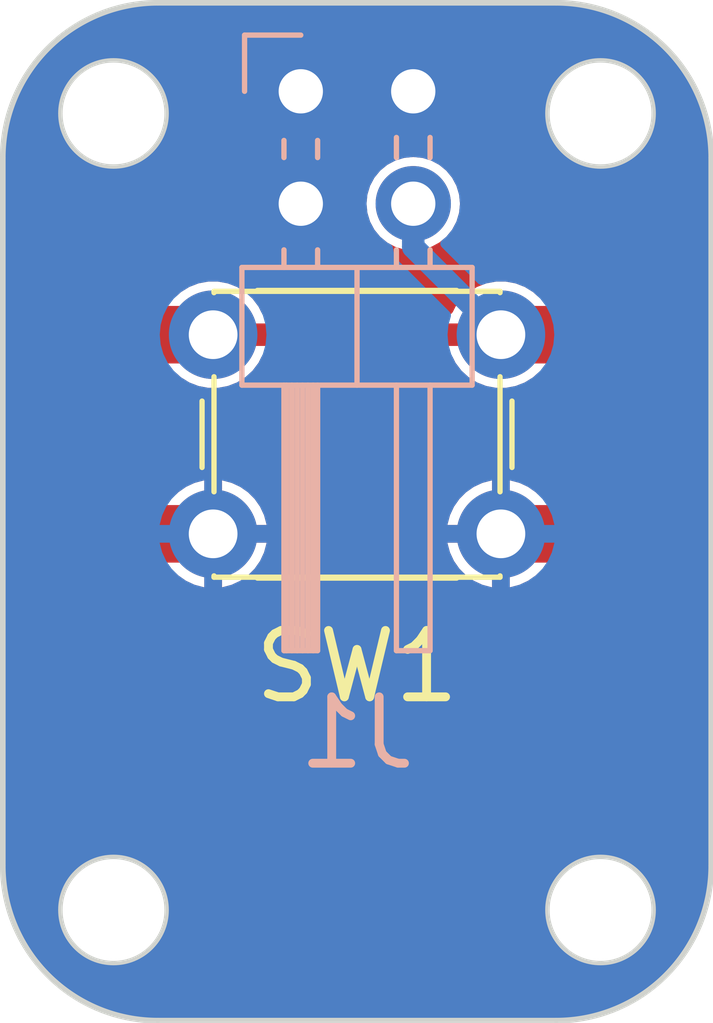
<source format=kicad_pcb>
(kicad_pcb (version 20221018) (generator pcbnew)
  (layers (0 "F.Cu" signal "Front") (31 "B.Cu" signal "Back") (34 "B.Paste" user) (35 "F.Paste" user) (36 "B.SilkS" user "B.Silkscreen") (37 "F.SilkS" user "F.Silkscreen") (38 "B.Mask" user) (39 "F.Mask" user) (44 "Edge.Cuts" user))
  (net 0 "")
  (net 1 "+12V")
  (net 2 "Net-(J1-Pin_4)")
  (footprint "Button_Switch_SMD:SW_Push_1P1T_NO_6x6mm_H9.5mm" (layer "F.Cu") (at 99.06 87.15)
    (fp_text reference "SW2" hide)
    (fp_text value "SW_Push")
    (fp_line (start -3.23 -3.23) (end 3.23 -3.23) (stroke (width 0.12)) (layer "F.SilkS"))
    (fp_line (start -3.23 -3.2) (end -3.23 -3.23) (stroke (width 0.12)) (layer "F.SilkS"))
    (fp_line (start -3.23 -1.3) (end -3.23 1.3) (stroke (width 0.12)) (layer "F.SilkS"))
    (fp_line (start -3.23 3.23) (end -3.23 3.2) (stroke (width 0.12)) (layer "F.SilkS"))
    (fp_line (start -3.23 3.23) (end 3.23 3.23) (stroke (width 0.12)) (layer "F.SilkS"))
    (fp_line (start 3.23 -3.23) (end 3.23 -3.2) (stroke (width 0.12)) (layer "F.SilkS"))
    (fp_line (start 3.23 -1.3) (end 3.23 1.3) (stroke (width 0.12)) (layer "F.SilkS"))
    (fp_line (start 3.23 3.23) (end 3.23 3.2) (stroke (width 0.12)) (layer "F.SilkS"))
    (pad "1" smd rect (at -3.975 -2.25) (size 1.55 1.3) (layers "F.Cu" "F.Paste" "F.Mask") (net 2 "Net-(J1-Pin_4)"))
    (pad "1" smd rect (at 3.975 -2.25) (size 1.55 1.3) (layers "F.Cu" "F.Paste" "F.Mask") (net 2 "Net-(J1-Pin_4)"))
    (pad "2" smd rect (at -3.975 2.25) (size 1.55 1.3) (layers "F.Cu" "F.Paste" "F.Mask") (net 1 "+12V"))
    (pad "2" smd rect (at 3.975 2.25) (size 1.55 1.3) (layers "F.Cu" "F.Paste" "F.Mask") (net 1 "+12V"))
  )
  (footprint "Button_Switch_THT:SW_PUSH_6mm_H8mm" (layer "F.Cu") (at 95.81 84.9)
    (fp_text reference "SW1" (at 3.25 7.5 180) (layer "F.SilkS") (effects (font (size 1.5 1.5) (thickness 0.2))))
    (fp_text value "SW_Push")
    (fp_line (start -0.25 1.5) (end -0.25 3) (stroke (width 0.12)) (layer "F.SilkS"))
    (fp_line (start 1 5.5) (end 5.5 5.5) (stroke (width 0.12)) (layer "F.SilkS"))
    (fp_line (start 5.5 -1) (end 1 -1) (stroke (width 0.12)) (layer "F.SilkS"))
    (fp_line (start 6.75 3) (end 6.75 1.5) (stroke (width 0.12)) (layer "F.SilkS"))
    (pad "1" thru_hole circle (at 0 0 90) (size 2 2) (drill 1.1) (layers "*.Cu" "*.Mask") (net 2 "Net-(J1-Pin_4)"))
    (pad "1" thru_hole circle (at 6.5 0 90) (size 2 2) (drill 1.1) (layers "*.Cu" "*.Mask") (net 2 "Net-(J1-Pin_4)"))
    (pad "2" thru_hole circle (at 0 4.5 90) (size 2 2) (drill 1.1) (layers "*.Cu" "*.Mask") (net 1 "+12V"))
    (pad "2" thru_hole circle (at 6.5 4.5 90) (size 2 2) (drill 1.1) (layers "*.Cu" "*.Mask") (net 1 "+12V"))
  )
  (footprint "Connector_PinHeader_2.54mm:PinHeader_2x02_P2.54mm_Horizontal" (layer "B.Cu") (at 97.79 79.4 -90)
    (fp_text reference "J1" (at 14.5 -1.27) (layer "B.SilkS") (effects (font (size 1.5 1.5) (thickness 0.2)) (justify mirror)))
    (fp_text value "Conn_02x02_Odd_Even")
    (fp_line (start -1.27 0) (end -1.27 1.27) (stroke (width 0.12)) (layer "B.SilkS"))
    (fp_line (start -1.27 1.27) (end 0 1.27) (stroke (width 0.12)) (layer "B.SilkS"))
    (fp_line (start 1.042929 -2.92) (end 1.497071 -2.92) (stroke (width 0.12)) (layer "B.SilkS"))
    (fp_line (start 1.042929 -2.16) (end 1.497071 -2.16) (stroke (width 0.12)) (layer "B.SilkS"))
    (fp_line (start 1.11 -0.38) (end 1.497071 -0.38) (stroke (width 0.12)) (layer "B.SilkS"))
    (fp_line (start 1.11 0.38) (end 1.497071 0.38) (stroke (width 0.12)) (layer "B.SilkS"))
    (fp_line (start 3.582929 -2.92) (end 3.98 -2.92) (stroke (width 0.12)) (layer "B.SilkS"))
    (fp_line (start 3.582929 -2.16) (end 3.98 -2.16) (stroke (width 0.12)) (layer "B.SilkS"))
    (fp_line (start 3.582929 -0.38) (end 3.98 -0.38) (stroke (width 0.12)) (layer "B.SilkS"))
    (fp_line (start 3.582929 0.38) (end 3.98 0.38) (stroke (width 0.12)) (layer "B.SilkS"))
    (fp_line (start 3.98 -3.87) (end 6.64 -3.87) (stroke (width 0.12)) (layer "B.SilkS"))
    (fp_line (start 3.98 -1.27) (end 6.64 -1.27) (stroke (width 0.12)) (layer "B.SilkS"))
    (fp_line (start 3.98 1.33) (end 3.98 -3.87) (stroke (width 0.12)) (layer "B.SilkS"))
    (fp_line (start 6.64 -3.87) (end 6.64 1.33) (stroke (width 0.12)) (layer "B.SilkS"))
    (fp_line (start 6.64 -2.16) (end 12.64 -2.16) (stroke (width 0.12)) (layer "B.SilkS"))
    (fp_line (start 6.64 -0.28) (end 12.64 -0.28) (stroke (width 0.12)) (layer "B.SilkS"))
    (fp_line (start 6.64 -0.16) (end 12.64 -0.16) (stroke (width 0.12)) (layer "B.SilkS"))
    (fp_line (start 6.64 -0.04) (end 12.64 -0.04) (stroke (width 0.12)) (layer "B.SilkS"))
    (fp_line (start 6.64 0.08) (end 12.64 0.08) (stroke (width 0.12)) (layer "B.SilkS"))
    (fp_line (start 6.64 0.2) (end 12.64 0.2) (stroke (width 0.12)) (layer "B.SilkS"))
    (fp_line (start 6.64 0.32) (end 12.64 0.32) (stroke (width 0.12)) (layer "B.SilkS"))
    (fp_line (start 6.64 0.38) (end 12.64 0.38) (stroke (width 0.12)) (layer "B.SilkS"))
    (fp_line (start 6.64 1.33) (end 3.98 1.33) (stroke (width 0.12)) (layer "B.SilkS"))
    (fp_line (start 12.64 -2.92) (end 6.64 -2.92) (stroke (width 0.12)) (layer "B.SilkS"))
    (fp_line (start 12.64 -2.16) (end 12.64 -2.92) (stroke (width 0.12)) (layer "B.SilkS"))
    (fp_line (start 12.64 -0.38) (end 6.64 -0.38) (stroke (width 0.12)) (layer "B.SilkS"))
    (fp_line (start 12.64 0.38) (end 12.64 -0.38) (stroke (width 0.12)) (layer "B.SilkS"))
    (pad "1" thru_hole rect (at 0 0 270) (size 1.7 1.7) (drill 1) (layers "*.Cu" "*.Mask") (net 1 "+12V"))
    (pad "2" thru_hole oval (at 2.54 0 270) (size 1.7 1.7) (drill 1) (layers "*.Cu" "*.Mask") (net 1 "+12V"))
    (pad "3" thru_hole oval (at 0 -2.54 270) (size 1.7 1.7) (drill 1) (layers "*.Cu" "*.Mask") (net 1 "+12V"))
    (pad "4" thru_hole oval (at 2.54 -2.54 270) (size 1.7 1.7) (drill 1) (layers "*.Cu" "*.Mask") (net 2 "Net-(J1-Pin_4)"))
  )
  (gr_arc (start 103.56 77.4) (mid 106.034874 78.425126) (end 107.06 80.9) (stroke (width 0.127)) (layer "Edge.Cuts"))
  (gr_arc (start 107.06 96.9) (mid 106.034874 99.374874) (end 103.56 100.4) (stroke (width 0.127)) (layer "Edge.Cuts"))
  (gr_line (start 91.06 96.9) (end 91.06 80.9) (stroke (width 0.127)) (layer "Edge.Cuts"))
  (gr_line (start 107.06 80.9) (end 107.06 96.9) (stroke (width 0.127)) (layer "Edge.Cuts"))
  (gr_line (start 94.56 77.4) (end 103.56 77.4) (stroke (width 0.127)) (layer "Edge.Cuts"))
  (gr_circle (center 93.56 79.9) (end 94.76 79.9) (stroke (width 0.1)) (fill none) (layer "Edge.Cuts"))
  (gr_arc (start 91.06 80.9) (mid 92.085126 78.425126) (end 94.56 77.4) (stroke (width 0.127)) (layer "Edge.Cuts"))
  (gr_circle (center 104.56 97.9) (end 105.76 97.9) (stroke (width 0.1)) (fill none) (layer "Edge.Cuts"))
  (gr_line (start 103.56 100.4) (end 94.56 100.4) (stroke (width 0.127)) (layer "Edge.Cuts"))
  (gr_circle (center 104.56 79.9) (end 105.76 79.9) (stroke (width 0.1)) (fill none) (layer "Edge.Cuts"))
  (gr_arc (start 94.56 100.4) (mid 92.085126 99.374874) (end 91.06 96.9) (stroke (width 0.127)) (layer "Edge.Cuts"))
  (gr_circle (center 93.56 97.9) (end 94.76 97.9) (stroke (width 0.1)) (fill none) (layer "Edge.Cuts"))
  (segment (start 102.31 89.4) (end 103.035 89.4) (width 0.508) (layer "F.Cu") (net 1))
  (segment (start 95.81 89.4) (end 95.085 89.4) (width 0.508) (layer "F.Cu") (net 1))
  (segment (start 103.035 84.9) (end 102.31 84.9) (width 0.508) (layer "F.Cu") (net 2))
  (segment (start 95.81 84.9) (end 95.085 84.9) (width 0.508) (layer "F.Cu") (net 2))
  (segment (start 102.31 84.9) (end 95.81 84.9) (width 0.508) (layer "F.Cu") (net 2))
  (segment (start 100.33 81.94) (end 100.33 82.92) (width 0.508) (layer "B.Cu") (net 2))
  (segment (start 100.33 82.92) (end 102.31 84.9) (width 0.508) (layer "B.Cu") (net 2))
  (zone (net 1) (net_name "+12V") (layers "F&B.Cu") (name "GND") (connect_pads (clearance 0.2)) (min_thickness 0.2) (fill yes (thermal_gap 0.22) (thermal_bridge_width 0.4))
    (polygon (pts (xy 107.06 100.4) (xy 91.06 100.4) (xy 91.06 77.4) (xy 107.06 77.4)))
  )
)
</source>
